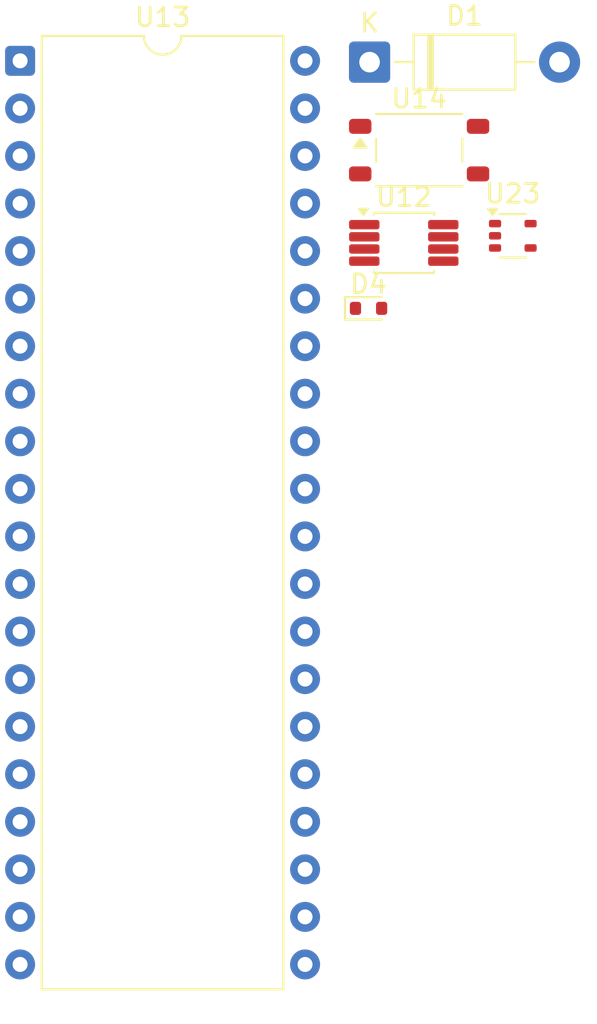
<source format=kicad_pcb>
(kicad_pcb (version 20241229) (generator "pcbnew") (generator_version "9.0")
  (layers (0 "F.Cu" signal) (2 "B.Cu" signal) (13 "F.Paste" user) (15 "B.Paste" user) (5 "F.SilkS" user "F.Silkscreen") (7 "B.SilkS" user "B.Silkscreen") (1 "F.Mask" user) (3 "B.Mask" user) (25 "Edge.Cuts" user))
  (net 0 "")
  (net 2 "Net-(D1-A)")
  (net 5 "Net-(U11-A)")
  (net 6 "Net-(U11-Y)")
  (net 9 "Net-(U13-ϕ1)")
  (net 21 "Net-(U13-ϕ2)")
  (net 36 "Net-(U13-A15)")
  (net 47 "Net-(U10-PGND-Pad4)")
  (net 52 "Net-(U22-IN+)")
  (net 53 "Net-(U22-IN-)")
  (net 55 "Net-(U21-DIO0)")
  (footprint "Package_DIP:DIP-40_W15.24mm" (layer "F.Cu") (at 136.26 51.74)
    (property "Reference" "U13" (at 7.62 -2.33 0) (layer "F.SilkS"))
    (property "Value" "8080")
    (fp_line (start 1.16 -1.33) (end 1.16 49.59) (stroke (width 0.12)) (layer "F.SilkS"))
    (fp_line (start 1.16 49.59) (end 14.08 49.59) (stroke (width 0.12)) (layer "F.SilkS"))
    (fp_line (start 6.62 -1.33) (end 1.16 -1.33) (stroke (width 0.12)) (layer "F.SilkS"))
    (fp_line (start 14.08 -1.33) (end 8.62 -1.33) (stroke (width 0.12)) (layer "F.SilkS"))
    (fp_line (start 14.08 49.59) (end 14.08 -1.33) (stroke (width 0.12)) (layer "F.SilkS"))
    (fp_arc (start 8.62 -1.33) (mid 7.62 -0.33) (end 6.62 -1.33) (stroke (width 0.12)) (layer "F.SilkS"))
    (pad "1" thru_hole roundrect (at 0 0) (size 1.6 1.6) (drill 0.8) (layers "*.Cu" "*.Mask") (roundrect_rratio 0.15625))
    (pad "2" thru_hole circle (at 0 2.54) (size 1.6 1.6) (drill 0.8) (layers "*.Cu" "*.Mask"))
    (pad "3" thru_hole circle (at 0 5.08) (size 1.6 1.6) (drill 0.8) (layers "*.Cu" "*.Mask"))
    (pad "4" thru_hole circle (at 0 7.62) (size 1.6 1.6) (drill 0.8) (layers "*.Cu" "*.Mask"))
    (pad "5" thru_hole circle (at 0 10.16) (size 1.6 1.6) (drill 0.8) (layers "*.Cu" "*.Mask"))
    (pad "6" thru_hole circle (at 0 12.7) (size 1.6 1.6) (drill 0.8) (layers "*.Cu" "*.Mask"))
    (pad "7" thru_hole circle (at 0 15.24) (size 1.6 1.6) (drill 0.8) (layers "*.Cu" "*.Mask"))
    (pad "8" thru_hole circle (at 0 17.78) (size 1.6 1.6) (drill 0.8) (layers "*.Cu" "*.Mask"))
    (pad "9" thru_hole circle (at 0 20.32) (size 1.6 1.6) (drill 0.8) (layers "*.Cu" "*.Mask"))
    (pad "10" thru_hole circle (at 0 22.86) (size 1.6 1.6) (drill 0.8) (layers "*.Cu" "*.Mask"))
    (pad "11" thru_hole circle (at 0 25.4) (size 1.6 1.6) (drill 0.8) (layers "*.Cu" "*.Mask"))
    (pad "12" thru_hole circle (at 0 27.94) (size 1.6 1.6) (drill 0.8) (layers "*.Cu" "*.Mask"))
    (pad "13" thru_hole circle (at 0 30.48) (size 1.6 1.6) (drill 0.8) (layers "*.Cu" "*.Mask"))
    (pad "14" thru_hole circle (at 0 33.02) (size 1.6 1.6) (drill 0.8) (layers "*.Cu" "*.Mask"))
    (pad "15" thru_hole circle (at 0 35.56) (size 1.6 1.6) (drill 0.8) (layers "*.Cu" "*.Mask") (net 21 "Net-(U13-ϕ2)"))
    (pad "16" thru_hole circle (at 0 38.1) (size 1.6 1.6) (drill 0.8) (layers "*.Cu" "*.Mask"))
    (pad "17" thru_hole circle (at 0 40.64) (size 1.6 1.6) (drill 0.8) (layers "*.Cu" "*.Mask"))
    (pad "18" thru_hole circle (at 0 43.18) (size 1.6 1.6) (drill 0.8) (layers "*.Cu" "*.Mask"))
    (pad "19" thru_hole circle (at 0 45.72) (size 1.6 1.6) (drill 0.8) (layers "*.Cu" "*.Mask"))
    (pad "20" thru_hole circle (at 0 48.26) (size 1.6 1.6) (drill 0.8) (layers "*.Cu" "*.Mask"))
    (pad "21" thru_hole circle (at 15.24 48.26) (size 1.6 1.6) (drill 0.8) (layers "*.Cu" "*.Mask"))
    (pad "22" thru_hole circle (at 15.24 45.72) (size 1.6 1.6) (drill 0.8) (layers "*.Cu" "*.Mask") (net 9 "Net-(U13-ϕ1)"))
    (pad "23" thru_hole circle (at 15.24 43.18) (size 1.6 1.6) (drill 0.8) (layers "*.Cu" "*.Mask"))
    (pad "24" thru_hole circle (at 15.24 40.64) (size 1.6 1.6) (drill 0.8) (layers "*.Cu" "*.Mask"))
    (pad "25" thru_hole circle (at 15.24 38.1) (size 1.6 1.6) (drill 0.8) (layers "*.Cu" "*.Mask"))
    (pad "26" thru_hole circle (at 15.24 35.56) (size 1.6 1.6) (drill 0.8) (layers "*.Cu" "*.Mask"))
    (pad "27" thru_hole circle (at 15.24 33.02) (size 1.6 1.6) (drill 0.8) (layers "*.Cu" "*.Mask"))
    (pad "28" thru_hole circle (at 15.24 30.48) (size 1.6 1.6) (drill 0.8) (layers "*.Cu" "*.Mask"))
    (pad "29" thru_hole circle (at 15.24 27.94) (size 1.6 1.6) (drill 0.8) (layers "*.Cu" "*.Mask"))
    (pad "30" thru_hole circle (at 15.24 25.4) (size 1.6 1.6) (drill 0.8) (layers "*.Cu" "*.Mask"))
    (pad "31" thru_hole circle (at 15.24 22.86) (size 1.6 1.6) (drill 0.8) (layers "*.Cu" "*.Mask"))
    (pad "32" thru_hole circle (at 15.24 20.32) (size 1.6 1.6) (drill 0.8) (layers "*.Cu" "*.Mask"))
    (pad "33" thru_hole circle (at 15.24 17.78) (size 1.6 1.6) (drill 0.8) (layers "*.Cu" "*.Mask"))
    (pad "34" thru_hole circle (at 15.24 15.24) (size 1.6 1.6) (drill 0.8) (layers "*.Cu" "*.Mask"))
    (pad "35" thru_hole circle (at 15.24 12.7) (size 1.6 1.6) (drill 0.8) (layers "*.Cu" "*.Mask"))
    (pad "36" thru_hole circle (at 15.24 10.16) (size 1.6 1.6) (drill 0.8) (layers "*.Cu" "*.Mask") (net 36 "Net-(U13-A15)"))
    (pad "37" thru_hole circle (at 15.24 7.62) (size 1.6 1.6) (drill 0.8) (layers "*.Cu" "*.Mask"))
    (pad "38" thru_hole circle (at 15.24 5.08) (size 1.6 1.6) (drill 0.8) (layers "*.Cu" "*.Mask"))
    (pad "39" thru_hole circle (at 15.24 2.54) (size 1.6 1.6) (drill 0.8) (layers "*.Cu" "*.Mask"))
    (pad "40" thru_hole circle (at 15.24 0) (size 1.6 1.6) (drill 0.8) (layers "*.Cu" "*.Mask"))
  )
  (footprint "Package_SO:Toshiba_SOIC-4-6_4.4x3.6mm_P1.27mm" (layer "F.Cu") (at 157.6 56.51)
    (property "Reference" "U14" (at 0 -2.75 0) (layer "F.SilkS"))
    (property "Value" "TLP175A")
    (fp_line (start -2.31 -1.93) (end 2.31 -1.93) (stroke (width 0.12)) (layer "F.SilkS"))
    (fp_line (start -2.31 0.61) (end -2.31 -0.61) (stroke (width 0.12)) (layer "F.SilkS"))
    (fp_line (start 2.31 -0.61) (end 2.31 0.61) (stroke (width 0.12)) (layer "F.SilkS"))
    (fp_line (start 2.31 1.93) (end -2.31 1.93) (stroke (width 0.12)) (layer "F.SilkS"))
    (fp_poly (pts (xy -3.15 -0.61) (xy -2.81 -0.14) (xy -3.49 -0.14)) (stroke (width 0.12)) (fill yes) (layer "F.SilkS"))
    (pad "1" smd roundrect (at -3.15 -1.27) (size 1.2 0.8) (layers "F.Cu" "F.Mask" "F.Paste"))
    (pad "3" smd roundrect (at -3.15 1.27) (size 1.2 0.8) (layers "F.Cu" "F.Mask" "F.Paste") (net 47 "Net-(U10-PGND-Pad4)"))
    (pad "4" smd roundrect (at 3.15 1.27) (size 1.2 0.8) (layers "F.Cu" "F.Mask" "F.Paste"))
    (pad "6" smd roundrect (at 3.15 -1.27) (size 1.2 0.8) (layers "F.Cu" "F.Mask" "F.Paste"))
  )
  (footprint "Diode_THT:D_DO-41_SOD81_P10.16mm_Horizontal" (layer "F.Cu") (at 154.95 51.81)
    (property "Reference" "D1" (at 5.08 -2.47 0) (layer "F.SilkS"))
    (property "Value" "1N47xxA")
    (fp_line (start 1.34 0) (end 2.36 0) (stroke (width 0.12)) (layer "F.SilkS"))
    (fp_line (start 3.14 -1.47) (end 3.14 1.47) (stroke (width 0.12)) (layer "F.SilkS"))
    (fp_line (start 3.26 -1.47) (end 3.26 1.47) (stroke (width 0.12)) (layer "F.SilkS"))
    (fp_line (start 3.38 -1.47) (end 3.38 1.47) (stroke (width 0.12)) (layer "F.SilkS"))
    (fp_line (start 8.82 0) (end 7.8 0) (stroke (width 0.12)) (layer "F.SilkS"))
    (fp_rect (start 2.36 -1.47) (end 7.8 1.47) (stroke (width 0.12)) (fill no) (layer "F.SilkS"))
    (fp_text user "K" (at 0 -2.1 0) (layer "F.SilkS"))
    (pad "1" thru_hole roundrect (at 0 0) (size 2.2 2.2) (drill 1.1) (layers "*.Cu" "*.Mask") (roundrect_rratio 0.113636))
    (pad "2" thru_hole circle (at 10.16 0) (size 2.2 2.2) (drill 1.1) (layers "*.Cu" "*.Mask") (net 2 "Net-(D1-A)"))
  )
  (footprint "Package_TO_SOT_SMD:SOT-353_SC-70-5" (layer "F.Cu") (at 162.61 61.085)
    (property "Reference" "U23" (at 0 -2.25 0) (layer "F.SilkS"))
    (property "Value" "TLV172IDCK")
    (fp_line (start -0.71 -1.16) (end 0.7 -1.16) (stroke (width 0.12)) (layer "F.SilkS"))
    (fp_line (start -0.7 1.16) (end 0.7 1.16) (stroke (width 0.12)) (layer "F.SilkS"))
    (fp_poly (pts (xy -1.08 -1.11) (xy -1.32 -1.44) (xy -0.84 -1.44) (xy -1.08 -1.11)) (stroke (width 0.12)) (fill yes) (layer "F.SilkS"))
    (pad "1" smd roundrect (at -0.95 -0.65) (size 0.65 0.4) (layers "F.Cu" "F.Mask" "F.Paste") (net 52 "Net-(U22-IN+)"))
    (pad "2" smd roundrect (at -0.95 0) (size 0.65 0.4) (layers "F.Cu" "F.Mask" "F.Paste"))
    (pad "3" smd roundrect (at -0.95 0.65) (size 0.65 0.4) (layers "F.Cu" "F.Mask" "F.Paste") (net 53 "Net-(U22-IN-)"))
    (pad "4" smd roundrect (at 0.95 0.65) (size 0.65 0.4) (layers "F.Cu" "F.Mask" "F.Paste") (net 55 "Net-(U21-DIO0)"))
    (pad "5" smd roundrect (at 0.95 -0.65) (size 0.65 0.4) (layers "F.Cu" "F.Mask" "F.Paste"))
  )
  (footprint "Diode_SMD:D_SOD-523" (layer "F.Cu") (at 154.895 64.96)
    (property "Reference" "D4" (at 0 -1.3 0) (layer "F.SilkS"))
    (property "Value" "1N4148WT")
    (fp_line (start -1.26 -0.6) (end -1.26 0.6) (stroke (width 0.12)) (layer "F.SilkS"))
    (fp_line (start 0.7 -0.6) (end -1.26 -0.6) (stroke (width 0.12)) (layer "F.SilkS"))
    (fp_line (start 0.7 0.6) (end -1.26 0.6) (stroke (width 0.12)) (layer "F.SilkS"))
    (pad "1" smd roundrect (at -0.7 0 180) (size 0.6 0.7) (layers "F.Cu" "F.Mask" "F.Paste"))
    (pad "2" smd roundrect (at 0.7 0 180) (size 0.6 0.7) (layers "F.Cu" "F.Mask" "F.Paste"))
  )
  (footprint "Package_SO:VSSOP-8_3x3mm_P0.65mm" (layer "F.Cu") (at 156.78 61.465)
    (property "Reference" "U12" (at 0 -2.45 0) (layer "F.SilkS"))
    (property "Value" "OPA1662DGK")
    (fp_line (start -1.61 -1.61) (end 1.61 -1.61) (stroke (width 0.12)) (layer "F.SilkS"))
    (fp_line (start -1.61 -1.485) (end -1.61 -1.61) (stroke (width 0.12)) (layer "F.SilkS"))
    (fp_line (start -1.61 1.61) (end -1.61 1.485) (stroke (width 0.12)) (layer "F.SilkS"))
    (fp_line (start 1.61 -1.61) (end 1.61 -1.485) (stroke (width 0.12)) (layer "F.SilkS"))
    (fp_line (start 1.61 1.485) (end 1.61 1.61) (stroke (width 0.12)) (layer "F.SilkS"))
    (fp_line (start 1.61 1.61) (end -1.61 1.61) (stroke (width 0.12)) (layer "F.SilkS"))
    (fp_poly (pts (xy -2.16 -1.49) (xy -2.4 -1.82) (xy -1.92 -1.82)) (stroke (width 0.12)) (fill yes) (layer "F.SilkS"))
    (pad "1" smd roundrect (at -2.1125 -0.975) (size 1.625 0.5) (layers "F.Cu" "F.Mask" "F.Paste") (net 6 "Net-(U11-Y)"))
    (pad "2" smd roundrect (at -2.1125 -0.325) (size 1.625 0.5) (layers "F.Cu" "F.Mask" "F.Paste") (net 5 "Net-(U11-A)"))
    (pad "3" smd roundrect (at -2.1125 0.325) (size 1.625 0.5) (layers "F.Cu" "F.Mask" "F.Paste") (net 5 "Net-(U11-A)"))
    (pad "4" smd roundrect (at -2.1125 0.975) (size 1.625 0.5) (layers "F.Cu" "F.Mask" "F.Paste"))
    (pad "5" smd roundrect (at 2.1125 0.975) (size 1.625 0.5) (layers "F.Cu" "F.Mask" "F.Paste"))
    (pad "6" smd roundrect (at 2.1125 0.325) (size 1.625 0.5) (layers "F.Cu" "F.Mask" "F.Paste"))
    (pad "7" smd roundrect (at 2.1125 -0.325) (size 1.625 0.5) (layers "F.Cu" "F.Mask" "F.Paste"))
    (pad "8" smd roundrect (at 2.1125 -0.975) (size 1.625 0.5) (layers "F.Cu" "F.Mask" "F.Paste"))
  )
)
</source>
